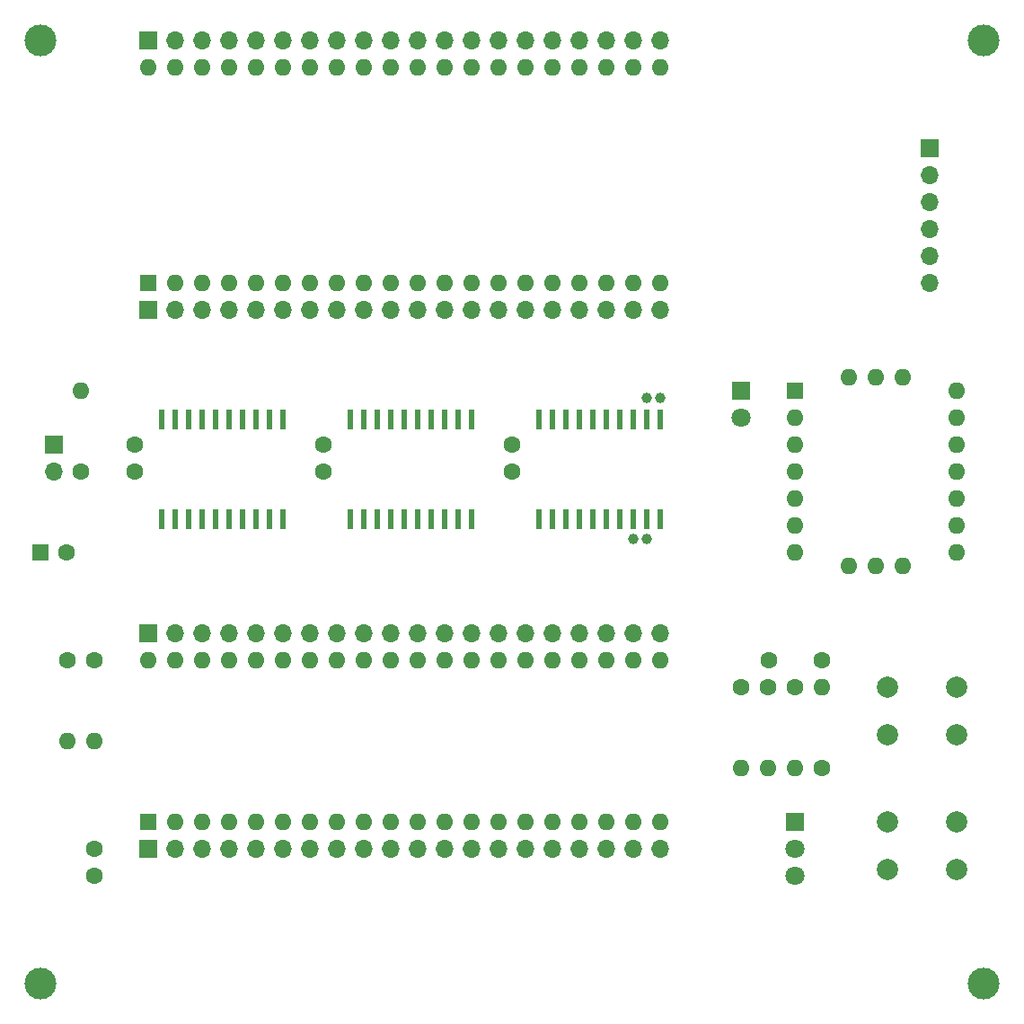
<source format=gbr>
%TF.GenerationSoftware,KiCad,Pcbnew,9.0.6*%
%TF.CreationDate,2026-01-12T10:04:11+09:00*%
%TF.ProjectId,TangNano6100MEM,54616e67-4e61-46e6-9f36-3130304d454d,rev?*%
%TF.SameCoordinates,Original*%
%TF.FileFunction,Soldermask,Top*%
%TF.FilePolarity,Negative*%
%FSLAX46Y46*%
G04 Gerber Fmt 4.6, Leading zero omitted, Abs format (unit mm)*
G04 Created by KiCad (PCBNEW 9.0.6) date 2026-01-12 10:04:11*
%MOMM*%
%LPD*%
G01*
G04 APERTURE LIST*
%ADD10C,1.600000*%
%ADD11O,1.600000X1.600000*%
%ADD12C,3.000000*%
%ADD13R,1.800000X1.800000*%
%ADD14C,1.800000*%
%ADD15R,0.558800X1.981200*%
%ADD16R,1.700000X1.700000*%
%ADD17O,1.700000X1.700000*%
%ADD18R,1.600000X1.600000*%
%ADD19C,2.000000*%
%ADD20C,1.000000*%
G04 APERTURE END LIST*
D10*
%TO.C,R2*%
X10160000Y-63500000D03*
D11*
X10160000Y-71120000D03*
%TD*%
D12*
%TO.C,REF\u002A\u002A*%
X93980000Y-93980000D03*
%TD*%
D13*
%TO.C,SW1*%
X76200000Y-78740000D03*
D14*
X76200000Y-81280000D03*
X76200000Y-83820000D03*
%TD*%
D10*
%TO.C,R7*%
X8890000Y-45720000D03*
D11*
X8890000Y-38100000D03*
%TD*%
D10*
%TO.C,C6*%
X49530000Y-43180000D03*
X49530000Y-45680000D03*
%TD*%
%TO.C,R6*%
X78740000Y-73660000D03*
D11*
X78740000Y-66040000D03*
%TD*%
D10*
%TO.C,R1*%
X7620000Y-63500000D03*
D11*
X7620000Y-71120000D03*
%TD*%
D10*
%TO.C,C1*%
X78740000Y-63500000D03*
X73740000Y-63500000D03*
%TD*%
%TO.C,C4*%
X13970000Y-43180000D03*
X13970000Y-45680000D03*
%TD*%
%TO.C,R3*%
X71120000Y-66040000D03*
D11*
X71120000Y-73660000D03*
%TD*%
D15*
%TO.C,U3*%
X34290000Y-50165000D03*
X35560000Y-50165000D03*
X36830000Y-50165000D03*
X38100000Y-50165000D03*
X39370000Y-50165000D03*
X40640000Y-50165000D03*
X41910000Y-50165000D03*
X43180000Y-50165000D03*
X44450000Y-50165000D03*
X45720000Y-50165000D03*
X45720000Y-40792400D03*
X44450000Y-40792400D03*
X43180000Y-40792400D03*
X41910000Y-40792400D03*
X40640000Y-40792400D03*
X39370000Y-40792400D03*
X38100000Y-40792400D03*
X36830000Y-40792400D03*
X35560000Y-40792400D03*
X34290000Y-40792400D03*
%TD*%
D13*
%TO.C,LED1*%
X71120000Y-38100000D03*
D14*
X71120000Y-40640000D03*
%TD*%
D10*
%TO.C,R4*%
X73660000Y-66040000D03*
D11*
X73660000Y-73660000D03*
%TD*%
D12*
%TO.C,REF\u002A\u002A*%
X5080000Y-5080000D03*
%TD*%
D16*
%TO.C,J4*%
X15240000Y-81280000D03*
D17*
X17780000Y-81280000D03*
X20320000Y-81280000D03*
X22860000Y-81280000D03*
X25400000Y-81280000D03*
X27940000Y-81280000D03*
X30480000Y-81280000D03*
X33020000Y-81280000D03*
X35560000Y-81280000D03*
X38100000Y-81280000D03*
X40640000Y-81280000D03*
X43180000Y-81280000D03*
X45720000Y-81280000D03*
X48260000Y-81280000D03*
X50800000Y-81280000D03*
X53340000Y-81280000D03*
X55880000Y-81280000D03*
X58420000Y-81280000D03*
X60960000Y-81280000D03*
X63500000Y-81280000D03*
%TD*%
D18*
%TO.C,J1*%
X15240000Y-27940000D03*
D11*
X17780000Y-27940000D03*
X20320000Y-27940000D03*
X22860000Y-27940000D03*
X25400000Y-27940000D03*
X27940000Y-27940000D03*
X30480000Y-27940000D03*
X33020000Y-27940000D03*
X35560000Y-27940000D03*
X38100000Y-27940000D03*
X40640000Y-27940000D03*
X43180000Y-27940000D03*
X45720000Y-27940000D03*
X48260000Y-27940000D03*
X50800000Y-27940000D03*
X53340000Y-27940000D03*
X55880000Y-27940000D03*
X58420000Y-27940000D03*
X60960000Y-27940000D03*
X63500000Y-27940000D03*
X63500000Y-7620000D03*
X60960000Y-7620000D03*
X58420000Y-7620000D03*
X55880000Y-7620000D03*
X53340000Y-7620000D03*
X50800000Y-7620000D03*
X48260000Y-7620000D03*
X45720000Y-7620000D03*
X43180000Y-7620000D03*
X40640000Y-7620000D03*
X38100000Y-7620000D03*
X35560000Y-7620000D03*
X33020000Y-7620000D03*
X30480000Y-7620000D03*
X27940000Y-7620000D03*
X25400000Y-7620000D03*
X22860000Y-7620000D03*
X20320000Y-7620000D03*
X17780000Y-7620000D03*
X15240000Y-7620000D03*
%TD*%
D16*
%TO.C,J6*%
X6350000Y-43180000D03*
D17*
X6350000Y-45720000D03*
%TD*%
D16*
%TO.C,J7*%
X88900000Y-15240000D03*
D17*
X88900000Y-17780000D03*
X88900000Y-20320000D03*
X88900000Y-22860000D03*
X88900000Y-25400000D03*
X88900000Y-27940000D03*
%TD*%
D19*
%TO.C,SW3*%
X84940000Y-66040000D03*
X91440000Y-66040000D03*
X84940000Y-70540000D03*
X91440000Y-70540000D03*
%TD*%
D16*
%TO.C,J3*%
X15240000Y-5080000D03*
D17*
X17780000Y-5080000D03*
X20320000Y-5080000D03*
X22860000Y-5080000D03*
X25400000Y-5080000D03*
X27940000Y-5080000D03*
X30480000Y-5080000D03*
X33020000Y-5080000D03*
X35560000Y-5080000D03*
X38100000Y-5080000D03*
X40640000Y-5080000D03*
X43180000Y-5080000D03*
X45720000Y-5080000D03*
X48260000Y-5080000D03*
X50800000Y-5080000D03*
X53340000Y-5080000D03*
X55880000Y-5080000D03*
X58420000Y-5080000D03*
X60960000Y-5080000D03*
X63500000Y-5080000D03*
%TD*%
D20*
%TO.C,E1*%
X60960000Y-52070000D03*
X62230000Y-52070000D03*
%TD*%
D10*
%TO.C,C2*%
X10160000Y-81280000D03*
X10160000Y-83780000D03*
%TD*%
D18*
%TO.C,C3*%
X5080000Y-53340000D03*
D10*
X7580000Y-53340000D03*
%TD*%
D18*
%TO.C,U1*%
X15240000Y-78740000D03*
D11*
X17780000Y-78740000D03*
X20320000Y-78740000D03*
X22860000Y-78740000D03*
X25400000Y-78740000D03*
X27940000Y-78740000D03*
X30480000Y-78740000D03*
X33020000Y-78740000D03*
X35560000Y-78740000D03*
X38100000Y-78740000D03*
X40640000Y-78740000D03*
X43180000Y-78740000D03*
X45720000Y-78740000D03*
X48260000Y-78740000D03*
X50800000Y-78740000D03*
X53340000Y-78740000D03*
X55880000Y-78740000D03*
X58420000Y-78740000D03*
X60960000Y-78740000D03*
X63500000Y-78740000D03*
X63500000Y-63500000D03*
X60960000Y-63500000D03*
X58420000Y-63500000D03*
X55880000Y-63500000D03*
X53340000Y-63500000D03*
X50800000Y-63500000D03*
X48260000Y-63500000D03*
X45720000Y-63500000D03*
X43180000Y-63500000D03*
X40640000Y-63500000D03*
X38100000Y-63500000D03*
X35560000Y-63500000D03*
X33020000Y-63500000D03*
X30480000Y-63500000D03*
X27940000Y-63500000D03*
X25400000Y-63500000D03*
X22860000Y-63500000D03*
X20320000Y-63500000D03*
X17780000Y-63500000D03*
X15240000Y-63500000D03*
%TD*%
D10*
%TO.C,R5*%
X76200000Y-66040000D03*
D11*
X76200000Y-73660000D03*
%TD*%
D15*
%TO.C,U4*%
X52070000Y-50165000D03*
X53340000Y-50165000D03*
X54610000Y-50165000D03*
X55880000Y-50165000D03*
X57150000Y-50165000D03*
X58420000Y-50165000D03*
X59690000Y-50165000D03*
X60960000Y-50165000D03*
X62230000Y-50165000D03*
X63500000Y-50165000D03*
X63500000Y-40792400D03*
X62230000Y-40792400D03*
X60960000Y-40792400D03*
X59690000Y-40792400D03*
X58420000Y-40792400D03*
X57150000Y-40792400D03*
X55880000Y-40792400D03*
X54610000Y-40792400D03*
X53340000Y-40792400D03*
X52070000Y-40792400D03*
%TD*%
D12*
%TO.C,REF\u002A\u002A*%
X5080000Y-93980000D03*
%TD*%
D19*
%TO.C,SW2*%
X84940000Y-78740000D03*
X91440000Y-78740000D03*
X84940000Y-83240000D03*
X91440000Y-83240000D03*
%TD*%
D16*
%TO.C,J2*%
X15240000Y-30480000D03*
D17*
X17780000Y-30480000D03*
X20320000Y-30480000D03*
X22860000Y-30480000D03*
X25400000Y-30480000D03*
X27940000Y-30480000D03*
X30480000Y-30480000D03*
X33020000Y-30480000D03*
X35560000Y-30480000D03*
X38100000Y-30480000D03*
X40640000Y-30480000D03*
X43180000Y-30480000D03*
X45720000Y-30480000D03*
X48260000Y-30480000D03*
X50800000Y-30480000D03*
X53340000Y-30480000D03*
X55880000Y-30480000D03*
X58420000Y-30480000D03*
X60960000Y-30480000D03*
X63500000Y-30480000D03*
%TD*%
D20*
%TO.C,E2*%
X62230000Y-38735000D03*
X63500000Y-38735000D03*
%TD*%
D10*
%TO.C,C5*%
X31750000Y-43180000D03*
X31750000Y-45680000D03*
%TD*%
D18*
%TO.C,U5*%
X76200000Y-38100000D03*
D11*
X86360000Y-36830000D03*
X86360000Y-54610000D03*
X76200000Y-40640000D03*
X83820000Y-36830000D03*
X83820000Y-54610000D03*
X76200000Y-43180000D03*
X76200000Y-45720000D03*
X76200000Y-48260000D03*
X76200000Y-50800000D03*
X76200000Y-53340000D03*
X91440000Y-53340000D03*
X91440000Y-50800000D03*
X91440000Y-48260000D03*
X91440000Y-45720000D03*
X91440000Y-43180000D03*
X91440000Y-40640000D03*
X81280000Y-36830000D03*
X91440000Y-38100000D03*
X81280000Y-54610000D03*
%TD*%
D16*
%TO.C,J5*%
X15240000Y-60960000D03*
D17*
X17780000Y-60960000D03*
X20320000Y-60960000D03*
X22860000Y-60960000D03*
X25400000Y-60960000D03*
X27940000Y-60960000D03*
X30480000Y-60960000D03*
X33020000Y-60960000D03*
X35560000Y-60960000D03*
X38100000Y-60960000D03*
X40640000Y-60960000D03*
X43180000Y-60960000D03*
X45720000Y-60960000D03*
X48260000Y-60960000D03*
X50800000Y-60960000D03*
X53340000Y-60960000D03*
X55880000Y-60960000D03*
X58420000Y-60960000D03*
X60960000Y-60960000D03*
X63500000Y-60960000D03*
%TD*%
D15*
%TO.C,U2*%
X16510000Y-50165000D03*
X17780000Y-50165000D03*
X19050000Y-50165000D03*
X20320000Y-50165000D03*
X21590000Y-50165000D03*
X22860000Y-50165000D03*
X24130000Y-50165000D03*
X25400000Y-50165000D03*
X26670000Y-50165000D03*
X27940000Y-50165000D03*
X27940000Y-40792400D03*
X26670000Y-40792400D03*
X25400000Y-40792400D03*
X24130000Y-40792400D03*
X22860000Y-40792400D03*
X21590000Y-40792400D03*
X20320000Y-40792400D03*
X19050000Y-40792400D03*
X17780000Y-40792400D03*
X16510000Y-40792400D03*
%TD*%
D12*
%TO.C,REF\u002A\u002A*%
X93980000Y-5080000D03*
%TD*%
M02*

</source>
